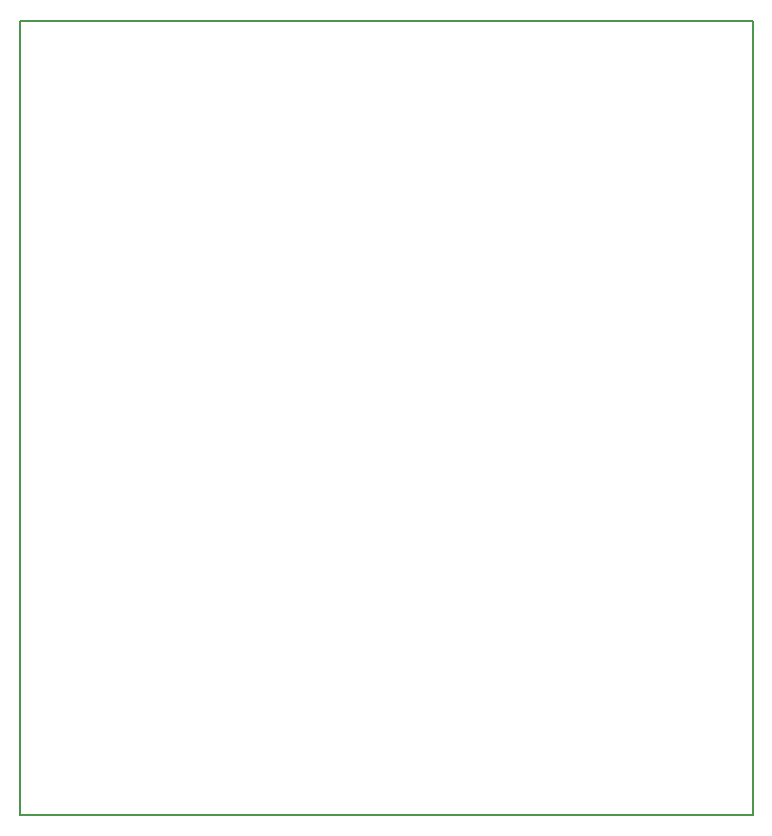
<source format=gm1>
G04 #@! TF.GenerationSoftware,KiCad,Pcbnew,7.0.5*
G04 #@! TF.CreationDate,2023-08-10T16:57:39+02:00*
G04 #@! TF.ProjectId,proto_pico,70726f74-6f5f-4706-9963-6f2e6b696361,rev?*
G04 #@! TF.SameCoordinates,Original*
G04 #@! TF.FileFunction,Profile,NP*
%FSLAX46Y46*%
G04 Gerber Fmt 4.6, Leading zero omitted, Abs format (unit mm)*
G04 Created by KiCad (PCBNEW 7.0.5) date 2023-08-10 16:57:39*
%MOMM*%
%LPD*%
G01*
G04 APERTURE LIST*
G04 #@! TA.AperFunction,Profile*
%ADD10C,0.200000*%
G04 #@! TD*
G04 APERTURE END LIST*
D10*
X136930000Y-86285000D02*
X199009000Y-86285000D01*
X199009000Y-153543000D01*
X136930000Y-153543000D01*
X136930000Y-86285000D01*
M02*

</source>
